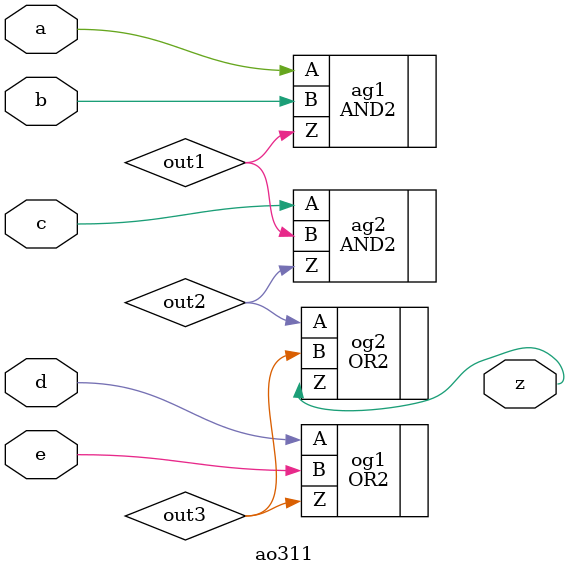
<source format=v>
`timescale 1ns / 1ns
/* cell module setup of a ao311 circuit */
/* function is z=(a*b)*c&(d&e) */
module ao311 (
  input a,b,c,d,e,   //inputs of the gates     
  output z              //output of the gates
  );
  //for my specific circuit, i had 2 AND gates and 2 OR gates each with 2 inputs leading to an out z
  AND2 ag1 (.A(a), .B(b), .Z(out1)); //AND gate 1 that connects inputs a and b together, outputting out1
  AND2 ag2 (.A(c), .B(out1), .Z(out2)); //AND gate 2 that inputs c and out1 from AND gate 1
  OR2 og1 (.A(d), .B(e), .Z(out3)); //OR gate 1 that inputs d and e, outputting output 3
  OR2 og2 (.A(out2),.B(out3),.Z(z)); //OR gate 2 that connects outputs 1 and 3, connecting to z
endmodule

</source>
